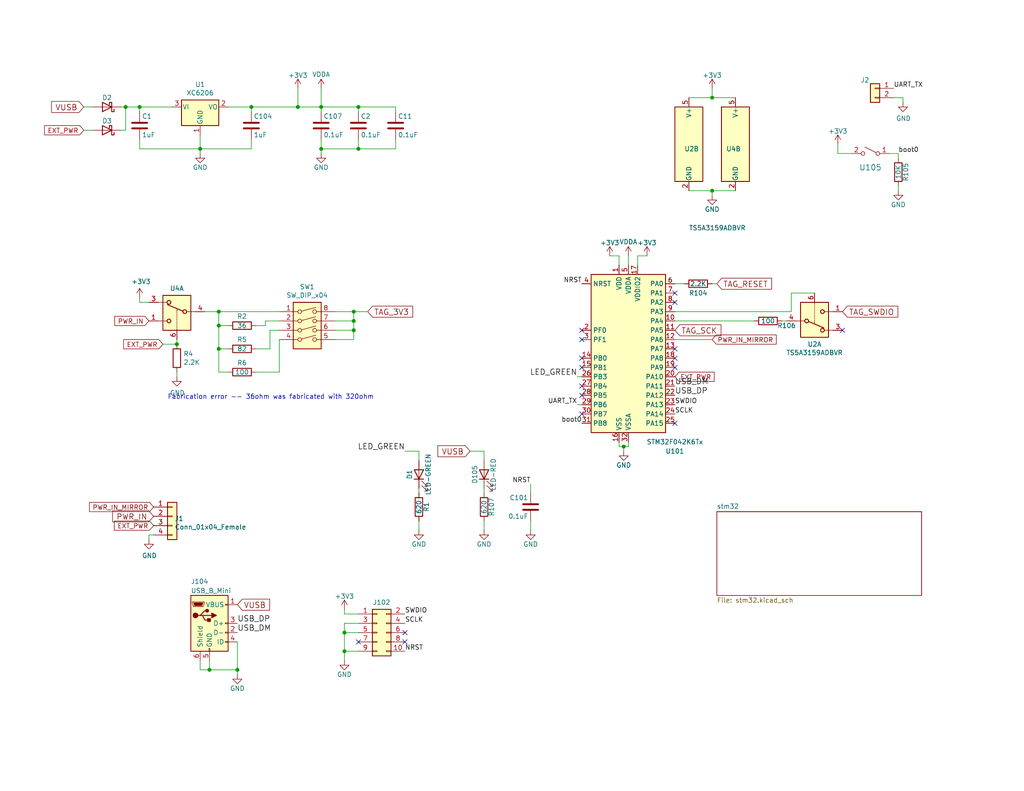
<source format=kicad_sch>
(kicad_sch (version 20211123) (generator eeschema)
  (paper "USLetter")
  (title_block (title "Tag Breakout Board with stlink") (date "2020-10-18"))
  (lib_symbols
    (symbol "Analog_Switch:TS5A3159ADBVR" (pin_names (offset 0.127))
      (property "Reference" "U" (at -3.175 4.699 0))
      (property "Value" "TS5A3159ADBVR" (at -3.175 2.921 0))
      (symbol "TS5A3159ADBVR_1_1"
        (rectangle (start -3.81 1.905) (end 3.81 -7.62) (stroke (width 0.254)) (fill (type background)))
        (circle (center -2.159 -2.54) (radius 0.508) (stroke (width 0.254)))
        (polyline (pts (xy -5.08 -2.54) (xy -2.794 -2.54)))
        (polyline (pts (xy -1.651 -2.413) (xy 2.54 -0.635)) (stroke (width 0.254)))
        (polyline (pts (xy 0 -7.62) (xy 0 -7.112)))
        (polyline (pts (xy 0 -6.858) (xy 0 -6.604)))
        (polyline (pts (xy 0 -6.35) (xy 0 -6.096)))
        (polyline (pts (xy 0 -5.842) (xy 0 -5.588)))
        (polyline (pts (xy 0 -5.334) (xy 0 -5.08)))
        (polyline (pts (xy 0 -4.826) (xy 0 -4.572)))
        (polyline (pts (xy 0 -4.318) (xy 0 -4.064)))
        (polyline (pts (xy 0 -3.81) (xy 0 -3.556)))
        (polyline (pts (xy 0 -3.302) (xy 0 -3.048)))
        (polyline (pts (xy 0 -2.794) (xy 0 -2.54)))
        (polyline (pts (xy 0 -2.286) (xy 0 -2.032)))
        (polyline (pts (xy 0 -2.286) (xy 0 -2.032)))
        (polyline (pts (xy 5.08 -5.08) (xy 2.794 -5.08)))
        (polyline (pts (xy 5.08 0) (xy 2.794 0)))
        (circle (center 2.159 -5.08) (radius 0.508) (stroke (width 0.254)))
        (circle (center 2.159 0) (radius 0.508) (stroke (width 0.254)))
        (pin passive line (at 7.62 -5.08 180) (length 2.54) (name "~") (number "1"))
        (pin passive line (at 7.62 0 180) (length 2.54) (name "~") (number "3"))
        (pin passive line (at -7.62 -2.54 0) (length 2.54) (name "~") (number "4"))
        (pin input line (at 0 -10.16 90) (length 2.54) (name "~") (number "6"))
      )
      (symbol "TS5A3159ADBVR_2_0"
        (pin power_in line (at 0 -12.7 90) (length 2.54) (name "GND") (number "2"))
        (pin power_in line (at 0 12.7 270) (length 2.54) (name "V+") (number "5"))
      )
      (symbol "TS5A3159ADBVR_2_1"
        (rectangle (start -3.81 10.16) (end 3.81 -10.16) (stroke (width 0.254)) (fill (type background)))
      )
    )
    (symbol "Connector_Generic:Conn_01x02" (pin_names (offset 1.016) hide)
      (property "Reference" "J" (at 0 2.54 0))
      (property "Value" "Conn_01x02" (at 0 -5.08 0))
      (symbol "Conn_01x02_1_1"
        (rectangle (start -1.27 -2.413) (end 0 -2.667) (stroke (width 0.1524)))
        (rectangle (start -1.27 0.127) (end 0 -0.127) (stroke (width 0.1524)))
        (rectangle (start -1.27 1.27) (end 1.27 -3.81) (stroke (width 0.254)) (fill (type background)))
        (pin passive line (at -5.08 0 0) (length 3.81) (name "Pin_1") (number "1"))
        (pin passive line (at -5.08 -2.54 0) (length 3.81) (name "Pin_2") (number "2"))
      )
    )
    (symbol "Connector_Generic:Conn_01x04" (pin_names (offset 1.016) hide)
      (property "Reference" "J" (at 0 5.08 0))
      (property "Value" "Conn_01x04" (at 0 -7.62 0))
      (symbol "Conn_01x04_1_1"
        (rectangle (start -1.27 -4.953) (end 0 -5.207) (stroke (width 0.1524)))
        (rectangle (start -1.27 -2.413) (end 0 -2.667) (stroke (width 0.1524)))
        (rectangle (start -1.27 0.127) (end 0 -0.127) (stroke (width 0.1524)))
        (rectangle (start -1.27 2.667) (end 0 2.413) (stroke (width 0.1524)))
        (rectangle (start -1.27 3.81) (end 1.27 -6.35) (stroke (width 0.254)) (fill (type background)))
        (pin passive line (at -5.08 2.54 0) (length 3.81) (name "Pin_1") (number "1"))
        (pin passive line (at -5.08 0 0) (length 3.81) (name "Pin_2") (number "2"))
        (pin passive line (at -5.08 -2.54 0) (length 3.81) (name "Pin_3") (number "3"))
        (pin passive line (at -5.08 -5.08 0) (length 3.81) (name "Pin_4") (number "4"))
      )
    )
    (symbol "Connector_Generic:Conn_02x05_Odd_Even" (pin_names (offset 1.016) hide)
      (property "Reference" "J" (at 1.27 7.62 0))
      (property "Value" "Conn_02x05_Odd_Even" (at 1.27 -7.62 0))
      (symbol "Conn_02x05_Odd_Even_1_1"
        (rectangle (start -1.27 -4.953) (end 0 -5.207) (stroke (width 0.1524)))
        (rectangle (start -1.27 -2.413) (end 0 -2.667) (stroke (width 0.1524)))
        (rectangle (start -1.27 0.127) (end 0 -0.127) (stroke (width 0.1524)))
        (rectangle (start -1.27 2.667) (end 0 2.413) (stroke (width 0.1524)))
        (rectangle (start -1.27 5.207) (end 0 4.953) (stroke (width 0.1524)))
        (rectangle (start -1.27 6.35) (end 3.81 -6.35) (stroke (width 0.254)) (fill (type background)))
        (rectangle (start 3.81 -4.953) (end 2.54 -5.207) (stroke (width 0.1524)))
        (rectangle (start 3.81 -2.413) (end 2.54 -2.667) (stroke (width 0.1524)))
        (rectangle (start 3.81 0.127) (end 2.54 -0.127) (stroke (width 0.1524)))
        (rectangle (start 3.81 2.667) (end 2.54 2.413) (stroke (width 0.1524)))
        (rectangle (start 3.81 5.207) (end 2.54 4.953) (stroke (width 0.1524)))
        (pin passive line (at -5.08 5.08 0) (length 3.81) (name "Pin_1") (number "1"))
        (pin passive line (at 7.62 -5.08 180) (length 3.81) (name "Pin_10") (number "10"))
        (pin passive line (at 7.62 5.08 180) (length 3.81) (name "Pin_2") (number "2"))
        (pin passive line (at -5.08 2.54 0) (length 3.81) (name "Pin_3") (number "3"))
        (pin passive line (at 7.62 2.54 180) (length 3.81) (name "Pin_4") (number "4"))
        (pin passive line (at -5.08 0 0) (length 3.81) (name "Pin_5") (number "5"))
        (pin passive line (at 7.62 0 180) (length 3.81) (name "Pin_6") (number "6"))
        (pin passive line (at -5.08 -2.54 0) (length 3.81) (name "Pin_7") (number "7"))
        (pin passive line (at 7.62 -2.54 180) (length 3.81) (name "Pin_8") (number "8"))
        (pin passive line (at -5.08 -5.08 0) (length 3.81) (name "Pin_9") (number "9"))
      )
    )
    (symbol "Device:C" (pin_numbers hide) (pin_names (offset 0.254))
      (property "Reference" "C" (at 0.635 2.54 0))
      (property "Value" "C" (at 0.635 -2.54 0))
      (symbol "C_0_1"
        (polyline (pts (xy -2.032 -0.762) (xy 2.032 -0.762)) (stroke (width 0.508)))
        (polyline (pts (xy -2.032 0.762) (xy 2.032 0.762)) (stroke (width 0.508)))
      )
      (symbol "C_1_1"
        (pin passive line (at 0 3.81 270) (length 2.794) (name "~") (number "1"))
        (pin passive line (at 0 -3.81 90) (length 2.794) (name "~") (number "2"))
      )
    )
    (symbol "Device:D_Schottky" (pin_numbers hide) (pin_names (offset 1.016) hide)
      (property "Reference" "D" (at 0 2.54 0))
      (property "Value" "D_Schottky" (at 0 -2.54 0))
      (symbol "D_Schottky_0_1"
        (polyline (pts (xy 1.27 0) (xy -1.27 0)))
        (polyline (pts (xy 1.27 1.27) (xy 1.27 -1.27) (xy -1.27 0) (xy 1.27 1.27)) (stroke (width 0.254)))
        (polyline (pts (xy -1.905 0.635) (xy -1.905 1.27) (xy -1.27 1.27) (xy -1.27 -1.27) (xy -0.635 -1.27) (xy -0.635 -0.635)) (stroke (width 0.254)))
      )
      (symbol "D_Schottky_1_1"
        (pin passive line (at -3.81 0 0) (length 2.54) (name "K") (number "1"))
        (pin passive line (at 3.81 0 180) (length 2.54) (name "A") (number "2"))
      )
    )
    (symbol "Device:LED" (pin_numbers hide) (pin_names (offset 1.016) hide)
      (property "Reference" "D" (at 0 2.54 0))
      (property "Value" "LED" (at 0 -2.54 0))
      (symbol "LED_0_1"
        (polyline (pts (xy -1.27 -1.27) (xy -1.27 1.27)) (stroke (width 0.254)))
        (polyline (pts (xy -1.27 0) (xy 1.27 0)))
        (polyline (pts (xy 1.27 -1.27) (xy 1.27 1.27) (xy -1.27 0) (xy 1.27 -1.27)) (stroke (width 0.254)))
        (polyline (pts (xy -3.048 -0.762) (xy -4.572 -2.286) (xy -3.81 -2.286) (xy -4.572 -2.286) (xy -4.572 -1.524)))
        (polyline (pts (xy -1.778 -0.762) (xy -3.302 -2.286) (xy -2.54 -2.286) (xy -3.302 -2.286) (xy -3.302 -1.524)))
      )
      (symbol "LED_1_1"
        (pin passive line (at -3.81 0 0) (length 2.54) (name "K") (number "1"))
        (pin passive line (at 3.81 0 180) (length 2.54) (name "A") (number "2"))
      )
    )
    (symbol "Device:R" (pin_numbers hide) (pin_names (offset 0))
      (property "Reference" "R" (at 2.032 0 90))
      (property "Value" "R" (at 0 0 90))
      (symbol "R_0_1"
        (rectangle (start -1.016 -2.54) (end 1.016 2.54) (stroke (width 0.254)))
      )
      (symbol "R_1_1"
        (pin passive line (at 0 3.81 270) (length 1.27) (name "~") (number "1"))
        (pin passive line (at 0 -3.81 90) (length 1.27) (name "~") (number "2"))
      )
    )
    (symbol "MCU_ST_STM32F0:STM32F042K6Tx"
      (property "Reference" "U" (at -10.16 21.59 0))
      (property "Value" "STM32F042K6Tx" (at 5.08 21.59 0))
      (symbol "STM32F042K6Tx_0_1"
        (rectangle (start -10.16 -22.86) (end 10.16 20.32) (stroke (width 0.254)) (fill (type background)))
      )
      (symbol "STM32F042K6Tx_1_1"
        (pin power_in line (at -2.54 22.86 270) (length 2.54) (name "VDD") (number "1"))
        (pin bidirectional line (at 12.7 7.62 180) (length 2.54) (name "PA4") (number "10"))
        (pin bidirectional line (at 12.7 5.08 180) (length 2.54) (name "PA5") (number "11"))
        (pin bidirectional line (at 12.7 2.54 180) (length 2.54) (name "PA6") (number "12"))
        (pin bidirectional line (at 12.7 0 180) (length 2.54) (name "PA7") (number "13"))
        (pin bidirectional line (at -12.7 -2.54 0) (length 2.54) (name "PB0") (number "14"))
        (pin bidirectional line (at -12.7 -5.08 0) (length 2.54) (name "PB1") (number "15"))
        (pin power_in line (at -2.54 -25.4 90) (length 2.54) (name "VSS") (number "16"))
        (pin power_in line (at 2.54 22.86 270) (length 2.54) (name "VDDIO2") (number "17"))
        (pin bidirectional line (at 12.7 -2.54 180) (length 2.54) (name "PA8") (number "18"))
        (pin bidirectional line (at 12.7 -5.08 180) (length 2.54) (name "PA9") (number "19"))
        (pin input line (at -12.7 5.08 0) (length 2.54) (name "PF0") (number "2"))
        (pin bidirectional line (at 12.7 -7.62 180) (length 2.54) (name "PA10") (number "20"))
        (pin bidirectional line (at 12.7 -10.16 180) (length 2.54) (name "PA11") (number "21"))
        (pin bidirectional line (at 12.7 -12.7 180) (length 2.54) (name "PA12") (number "22"))
        (pin bidirectional line (at 12.7 -15.24 180) (length 2.54) (name "PA13") (number "23"))
        (pin bidirectional line (at 12.7 -17.78 180) (length 2.54) (name "PA14") (number "24"))
        (pin bidirectional line (at 12.7 -20.32 180) (length 2.54) (name "PA15") (number "25"))
        (pin bidirectional line (at -12.7 -7.62 0) (length 2.54) (name "PB3") (number "26"))
        (pin bidirectional line (at -12.7 -10.16 0) (length 2.54) (name "PB4") (number "27"))
        (pin bidirectional line (at -12.7 -12.7 0) (length 2.54) (name "PB5") (number "28"))
        (pin bidirectional line (at -12.7 -15.24 0) (length 2.54) (name "PB6") (number "29"))
        (pin input line (at -12.7 2.54 0) (length 2.54) (name "PF1") (number "3"))
        (pin bidirectional line (at -12.7 -17.78 0) (length 2.54) (name "PB7") (number "30"))
        (pin bidirectional line (at -12.7 -20.32 0) (length 2.54) (name "PB8") (number "31"))
        (pin power_in line (at 0 -25.4 90) (length 2.54) (name "VSSA") (number "32"))
        (pin input line (at -12.7 17.78 0) (length 2.54) (name "NRST") (number "4"))
        (pin power_in line (at 0 22.86 270) (length 2.54) (name "VDDA") (number "5"))
        (pin bidirectional line (at 12.7 17.78 180) (length 2.54) (name "PA0") (number "6"))
        (pin bidirectional line (at 12.7 15.24 180) (length 2.54) (name "PA1") (number "7"))
        (pin bidirectional line (at 12.7 12.7 180) (length 2.54) (name "PA2") (number "8"))
        (pin bidirectional line (at 12.7 10.16 180) (length 2.54) (name "PA3") (number "9"))
      )
    )
    (symbol "Regulator_Linear:MCP1703A-3302_SOT23" (pin_names (offset 0.254))
      (property "Reference" "U" (at -3.81 3.175 0))
      (property "Value" "MCP1703A-3302_SOT23" (at 0 3.175 0))
      (symbol "MCP1703A-3302_SOT23_0_1"
        (rectangle (start -5.08 -5.08) (end 5.08 1.905) (stroke (width 0.254)) (fill (type background)))
      )
      (symbol "MCP1703A-3302_SOT23_1_1"
        (pin power_in line (at 0 -7.62 90) (length 2.54) (name "GND") (number "1"))
        (pin power_out line (at 7.62 0 180) (length 2.54) (name "VO") (number "2"))
        (pin power_in line (at -7.62 0 0) (length 2.54) (name "VI") (number "3"))
      )
    )
    (symbol "Switch:SW_DIP_x04" (pin_names (offset 0) hide)
      (property "Reference" "SW" (at 0 8.89 0))
      (property "Value" "SW_DIP_x04" (at 0 -6.35 0))
      (symbol "SW_DIP_x04_0_0"
        (circle (center -2.032 -2.54) (radius 0.508))
        (circle (center -2.032 0) (radius 0.508))
        (circle (center -2.032 2.54) (radius 0.508))
        (circle (center -2.032 5.08) (radius 0.508))
        (polyline (pts (xy -1.524 -2.3876) (xy 2.3622 -1.3462)))
        (polyline (pts (xy -1.524 0.127) (xy 2.3622 1.1684)))
        (polyline (pts (xy -1.524 2.667) (xy 2.3622 3.7084)))
        (polyline (pts (xy -1.524 5.207) (xy 2.3622 6.2484)))
        (circle (center 2.032 -2.54) (radius 0.508))
        (circle (center 2.032 0) (radius 0.508))
        (circle (center 2.032 2.54) (radius 0.508))
        (circle (center 2.032 5.08) (radius 0.508))
      )
      (symbol "SW_DIP_x04_0_1"
        (rectangle (start -3.81 7.62) (end 3.81 -5.08) (stroke (width 0.254)) (fill (type background)))
      )
      (symbol "SW_DIP_x04_1_1"
        (pin passive line (at -7.62 5.08 0) (length 5.08) (name "~") (number "1"))
        (pin passive line (at -7.62 2.54 0) (length 5.08) (name "~") (number "2"))
        (pin passive line (at -7.62 0 0) (length 5.08) (name "~") (number "3"))
        (pin passive line (at -7.62 -2.54 0) (length 5.08) (name "~") (number "4"))
        (pin passive line (at 7.62 -2.54 180) (length 5.08) (name "~") (number "5"))
        (pin passive line (at 7.62 0 180) (length 5.08) (name "~") (number "6"))
        (pin passive line (at 7.62 2.54 180) (length 5.08) (name "~") (number "7"))
        (pin passive line (at 7.62 5.08 180) (length 5.08) (name "~") (number "8"))
      )
    )
    (symbol "Switch:SW_SPST" (pin_names (offset 0) hide)
      (property "Reference" "SW" (at 0 3.175 0))
      (property "Value" "SW_SPST" (at 0 -2.54 0))
      (symbol "SW_SPST_0_0"
        (circle (center -2.032 0) (radius 0.508))
        (polyline (pts (xy -1.524 0.254) (xy 1.524 1.778)))
        (circle (center 2.032 0) (radius 0.508))
      )
      (symbol "SW_SPST_1_1"
        (pin passive line (at -5.08 0 0) (length 2.54) (name "A") (number "1"))
        (pin passive line (at 5.08 0 180) (length 2.54) (name "B") (number "2"))
      )
    )
    (symbol "power:+3.3V" (power) (pin_names (offset 0))
      (property "Value" "+3.3V" (at 0 3.556 0))
      (symbol "+3.3V_0_1"
        (polyline (pts (xy -0.762 1.27) (xy 0 2.54)))
        (polyline (pts (xy 0 0) (xy 0 2.54)))
        (polyline (pts (xy 0 2.54) (xy 0.762 1.27)))
      )
      (symbol "+3.3V_1_1"
        (pin power_in line (at 0 0 90) (length 0) hide (name "+3V3") (number "1"))
      )
    )
    (symbol "power:+3V3" (power) (pin_names (offset 0))
      (property "Value" "+3V3" (at 0 3.556 0))
      (symbol "+3V3_0_1"
        (polyline (pts (xy -0.762 1.27) (xy 0 2.54)))
        (polyline (pts (xy 0 0) (xy 0 2.54)))
        (polyline (pts (xy 0 2.54) (xy 0.762 1.27)))
      )
      (symbol "+3V3_1_1"
        (pin power_in line (at 0 0 90) (length 0) hide (name "+3V3") (number "1"))
      )
    )
    (symbol "power:GND" (power) (pin_names (offset 0))
      (property "Value" "GND" (at 0 -3.81 0))
      (symbol "GND_0_1"
        (polyline (pts (xy 0 0) (xy 0 -1.27) (xy 1.27 -1.27) (xy 0 -2.54) (xy -1.27 -1.27) (xy 0 -1.27)))
      )
      (symbol "GND_1_1"
        (pin power_in line (at 0 0 270) (length 0) hide (name "GND") (number "1"))
      )
    )
    (symbol "power:VDDA" (power) (pin_names (offset 0))
      (property "Value" "VDDA" (at 0 3.81 0))
      (symbol "VDDA_0_1"
        (polyline (pts (xy -0.762 1.27) (xy 0 2.54)))
        (polyline (pts (xy 0 0) (xy 0 2.54)))
        (polyline (pts (xy 0 2.54) (xy 0.762 1.27)))
      )
      (symbol "VDDA_1_1"
        (pin power_in line (at 0 0 90) (length 0) hide (name "VDDA") (number "1"))
      )
    )
    (symbol "tag-breakout-v2-rescue:USB_B_Mini-Connector-tagbase-jlcpcb-v2-rescue-tag-breakout-jlcpcb-rescue-tag-breakout-v2-rescue" (pin_names (offset 1.016))
      (property "Reference" "J" (at -5.08 11.43 0))
      (property "Value" "USB_B_Mini-Connector-tagbase-jlcpcb-v2-rescue-tag-breakout-jlcpcb-rescue-tag-breakout-v2-rescue" (at -5.08 8.89 0))
      (symbol "USB_B_Mini-Connector-tagbase-jlcpcb-v2-rescue-tag-breakout-jlcpcb-rescue-tag-breakout-v2-rescue_0_1"
        (rectangle (start -5.08 -7.62) (end 5.08 7.62) (stroke (width 0.254)) (fill (type background)))
        (circle (center -3.81 2.159) (radius 0.635) (stroke (width 0.254)) (fill (type outline)))
        (circle (center -0.635 3.429) (radius 0.381) (stroke (width 0.254)) (fill (type outline)))
        (rectangle (start -0.127 -7.62) (end 0.127 -6.858))
        (polyline (pts (xy -1.905 2.159) (xy 0.635 2.159)) (stroke (width 0.254)))
        (polyline (pts (xy -3.175 2.159) (xy -2.54 2.159) (xy -1.27 3.429) (xy -0.635 3.429)) (stroke (width 0.254)))
        (polyline (pts (xy -2.54 2.159) (xy -1.905 2.159) (xy -1.27 0.889) (xy 0 0.889)) (stroke (width 0.254)))
        (polyline (pts (xy 0.635 2.794) (xy 0.635 1.524) (xy 1.905 2.159) (xy 0.635 2.794)) (stroke (width 0.254)) (fill (type outline)))
        (polyline (pts (xy -4.318 5.588) (xy -1.778 5.588) (xy -2.032 4.826) (xy -4.064 4.826) (xy -4.318 5.588)) (fill (type outline)))
        (polyline (pts (xy -4.699 5.842) (xy -4.699 5.588) (xy -4.445 4.826) (xy -4.445 4.572) (xy -1.651 4.572) (xy -1.651 4.826) (xy -1.397 5.588) (xy -1.397 5.842) (xy -4.699 5.842)))
        (rectangle (start 0.254 1.27) (end -0.508 0.508) (stroke (width 0.254)) (fill (type outline)))
        (rectangle (start 5.08 -5.207) (end 4.318 -4.953))
        (rectangle (start 5.08 -2.667) (end 4.318 -2.413))
        (rectangle (start 5.08 -0.127) (end 4.318 0.127))
        (rectangle (start 5.08 4.953) (end 4.318 5.207))
      )
      (symbol "USB_B_Mini-Connector-tagbase-jlcpcb-v2-rescue-tag-breakout-jlcpcb-rescue-tag-breakout-v2-rescue_1_1"
        (pin power_out line (at 7.62 5.08 180) (length 2.54) (name "VBUS") (number "1"))
        (pin passive line (at 7.62 -2.54 180) (length 2.54) (name "D-") (number "2"))
        (pin passive line (at 7.62 0 180) (length 2.54) (name "D+") (number "3"))
        (pin passive line (at 7.62 -5.08 180) (length 2.54) (name "ID") (number "4"))
        (pin power_out line (at 0 -10.16 90) (length 2.54) (name "GND") (number "5"))
        (pin passive line (at -2.54 -10.16 90) (length 2.54) (name "Shield") (number "6"))
      )
    )
  )
  (junction (at 81.28 29.21))
  (junction (at 93.98 177.8))
  (junction (at 59.69 95.25))
  (junction (at 97.79 40.64))
  (junction (at 68.58 29.21))
  (junction (at 93.98 172.72))
  (junction (at 96.52 90.17))
  (junction (at 194.31 52.07))
  (junction (at 48.26 93.98))
  (junction (at 38.1 29.21))
  (junction (at 170.18 121.92))
  (junction (at 64.77 182.88))
  (junction (at 34.29 29.21))
  (junction (at 59.69 88.9))
  (junction (at 54.61 40.64))
  (junction (at 97.79 29.21))
  (junction (at 96.52 87.63))
  (junction (at 59.69 85.09))
  (junction (at 87.63 29.21))
  (junction (at 194.31 26.67))
  (junction (at 96.52 85.09))
  (junction (at 57.15 182.88))
  (junction (at 87.63 40.64))
  (no_connect (at 158.75 105.41))
  (no_connect (at 184.15 115.57))
  (no_connect (at 229.87 90.17))
  (no_connect (at 110.49 172.72))
  (no_connect (at 184.15 95.25))
  (no_connect (at 110.49 175.26))
  (no_connect (at 158.75 100.33))
  (no_connect (at 158.75 90.17))
  (no_connect (at 184.15 80.01))
  (no_connect (at 158.75 107.95))
  (no_connect (at 184.15 100.33))
  (no_connect (at 158.75 113.03))
  (no_connect (at 184.15 82.55))
  (no_connect (at 97.79 175.26))
  (no_connect (at 158.75 92.71))
  (no_connect (at 184.15 97.79))
  (no_connect (at 158.75 97.79))
  (wire (pts (xy 41.91 146.05) (xy 40.64 146.05)))
  (wire (pts (xy 62.23 29.21) (xy 68.58 29.21)))
  (wire (pts (xy 38.1 38.1) (xy 38.1 40.64)))
  (wire (pts (xy 215.9 80.01) (xy 222.25 80.01)))
  (wire (pts (xy 68.58 40.64) (xy 68.58 38.1)))
  (wire (pts (xy 72.39 87.63) (xy 76.2 87.63)))
  (wire (pts (xy 64.77 182.88) (xy 57.15 182.88)))
  (wire (pts (xy 81.28 29.21) (xy 87.63 29.21)))
  (wire (pts (xy 97.79 40.64) (xy 87.63 40.64)))
  (wire (pts (xy 97.79 29.21) (xy 107.95 29.21)))
  (wire (pts (xy 33.02 29.21) (xy 34.29 29.21)))
  (wire (pts (xy 187.96 52.07) (xy 194.31 52.07)))
  (wire (pts (xy 213.36 87.63) (xy 214.63 87.63)))
  (wire (pts (xy 194.31 52.07) (xy 194.31 53.34)))
  (wire (pts (xy 194.31 52.07) (xy 200.66 52.07)))
  (wire (pts (xy 48.26 93.98) (xy 48.26 92.71)))
  (wire (pts (xy 215.9 85.09) (xy 215.9 80.01)))
  (wire (pts (xy 96.52 92.71) (xy 96.52 90.17)))
  (wire (pts (xy 228.6 41.91) (xy 232.41 41.91)))
  (wire (pts (xy 246.38 26.67) (xy 246.38 27.94)))
  (wire (pts (xy 194.31 77.47) (xy 195.58 77.47)))
  (wire (pts (xy 184.15 87.63) (xy 205.74 87.63)))
  (wire (pts (xy 97.79 38.1) (xy 97.79 40.64)))
  (wire (pts (xy 38.1 81.28) (xy 38.1 82.55)))
  (wire (pts (xy 93.98 177.8) (xy 93.98 180.34)))
  (wire (pts (xy 54.61 40.64) (xy 68.58 40.64)))
  (wire (pts (xy 97.79 170.18) (xy 93.98 170.18)))
  (wire (pts (xy 59.69 95.25) (xy 59.69 101.6)))
  (wire (pts (xy 93.98 170.18) (xy 93.98 172.72)))
  (wire (pts (xy 64.77 175.26) (xy 64.77 182.88)))
  (wire (pts (xy 38.1 29.21) (xy 46.99 29.21)))
  (wire (pts (xy 97.79 177.8) (xy 93.98 177.8)))
  (wire (pts (xy 171.45 120.65) (xy 171.45 121.92)))
  (wire (pts (xy 87.63 24.13) (xy 87.63 29.21)))
  (wire (pts (xy 96.52 87.63) (xy 96.52 85.09)))
  (wire (pts (xy 69.85 88.9) (xy 72.39 88.9)))
  (wire (pts (xy 59.69 88.9) (xy 62.23 88.9)))
  (wire (pts (xy 242.57 41.91) (xy 245.11 41.91)))
  (wire (pts (xy 194.31 26.67) (xy 200.66 26.67)))
  (wire (pts (xy 132.08 133.35) (xy 132.08 134.62)))
  (wire (pts (xy 68.58 29.21) (xy 81.28 29.21)))
  (wire (pts (xy 59.69 88.9) (xy 59.69 95.25)))
  (wire (pts (xy 157.48 110.49) (xy 158.75 110.49)))
  (wire (pts (xy 76.2 92.71) (xy 76.2 101.6)))
  (wire (pts (xy 97.79 40.64) (xy 107.95 40.64)))
  (wire (pts (xy 81.28 24.13) (xy 81.28 29.21)))
  (wire (pts (xy 34.29 29.21) (xy 38.1 29.21)))
  (wire (pts (xy 91.44 90.17) (xy 96.52 90.17)))
  (wire (pts (xy 245.11 50.8) (xy 245.11 52.07)))
  (wire (pts (xy 48.26 101.6) (xy 48.26 102.87)))
  (wire (pts (xy 184.15 77.47) (xy 186.69 77.47)))
  (wire (pts (xy 243.84 26.67) (xy 246.38 26.67)))
  (wire (pts (xy 114.3 133.35) (xy 114.3 134.62)))
  (wire (pts (xy 187.96 26.67) (xy 194.31 26.67)))
  (wire (pts (xy 171.45 69.85) (xy 171.45 72.39)))
  (wire (pts (xy 97.79 172.72) (xy 93.98 172.72)))
  (wire (pts (xy 228.6 39.37) (xy 228.6 41.91)))
  (wire (pts (xy 93.98 166.37) (xy 93.98 167.64)))
  (wire (pts (xy 44.45 93.98) (xy 48.26 93.98)))
  (wire (pts (xy 59.69 85.09) (xy 76.2 85.09)))
  (wire (pts (xy 114.3 123.19) (xy 110.49 123.19)))
  (wire (pts (xy 76.2 90.17) (xy 73.66 90.17)))
  (wire (pts (xy 34.29 35.56) (xy 34.29 29.21)))
  (wire (pts (xy 68.58 29.21) (xy 68.58 30.48)))
  (wire (pts (xy 114.3 125.73) (xy 114.3 123.19)))
  (wire (pts (xy 91.44 92.71) (xy 96.52 92.71)))
  (wire (pts (xy 132.08 125.73) (xy 132.08 123.19)))
  (wire (pts (xy 144.78 142.24) (xy 144.78 144.78)))
  (wire (pts (xy 54.61 40.64) (xy 54.61 41.91)))
  (wire (pts (xy 184.15 85.09) (xy 215.9 85.09)))
  (wire (pts (xy 144.78 132.08) (xy 144.78 134.62)))
  (wire (pts (xy 176.53 69.85) (xy 173.99 69.85)))
  (wire (pts (xy 168.91 121.92) (xy 170.18 121.92)))
  (wire (pts (xy 64.77 182.88) (xy 64.77 184.15)))
  (wire (pts (xy 76.2 101.6) (xy 69.85 101.6)))
  (wire (pts (xy 184.15 92.71) (xy 194.31 92.71)))
  (wire (pts (xy 91.44 85.09) (xy 96.52 85.09)))
  (wire (pts (xy 170.18 121.92) (xy 170.18 123.19)))
  (wire (pts (xy 93.98 167.64) (xy 97.79 167.64)))
  (wire (pts (xy 38.1 40.64) (xy 54.61 40.64)))
  (wire (pts (xy 166.37 69.85) (xy 168.91 69.85)))
  (wire (pts (xy 114.3 142.24) (xy 114.3 144.78)))
  (wire (pts (xy 87.63 40.64) (xy 87.63 41.91)))
  (wire (pts (xy 168.91 120.65) (xy 168.91 121.92)))
  (wire (pts (xy 245.11 43.18) (xy 245.11 41.91)))
  (wire (pts (xy 96.52 85.09) (xy 100.33 85.09)))
  (wire (pts (xy 40.64 146.05) (xy 40.64 147.32)))
  (wire (pts (xy 55.88 85.09) (xy 59.69 85.09)))
  (wire (pts (xy 132.08 142.24) (xy 132.08 144.78)))
  (wire (pts (xy 33.02 35.56) (xy 34.29 35.56)))
  (wire (pts (xy 38.1 82.55) (xy 40.64 82.55)))
  (wire (pts (xy 168.91 69.85) (xy 168.91 72.39)))
  (wire (pts (xy 173.99 69.85) (xy 173.99 72.39)))
  (wire (pts (xy 57.15 182.88) (xy 54.61 182.88)))
  (wire (pts (xy 87.63 29.21) (xy 97.79 29.21)))
  (wire (pts (xy 107.95 29.21) (xy 107.95 30.48)))
  (wire (pts (xy 73.66 95.25) (xy 69.85 95.25)))
  (wire (pts (xy 194.31 24.13) (xy 194.31 26.67)))
  (wire (pts (xy 59.69 85.09) (xy 59.69 88.9)))
  (wire (pts (xy 38.1 29.21) (xy 38.1 30.48)))
  (wire (pts (xy 107.95 40.64) (xy 107.95 38.1)))
  (wire (pts (xy 171.45 121.92) (xy 170.18 121.92)))
  (wire (pts (xy 22.86 35.56) (xy 25.4 35.56)))
  (wire (pts (xy 87.63 38.1) (xy 87.63 40.64)))
  (wire (pts (xy 132.08 123.19) (xy 128.27 123.19)))
  (wire (pts (xy 22.86 29.21) (xy 25.4 29.21)))
  (wire (pts (xy 91.44 87.63) (xy 96.52 87.63)))
  (wire (pts (xy 72.39 88.9) (xy 72.39 87.63)))
  (wire (pts (xy 54.61 182.88) (xy 54.61 180.34)))
  (wire (pts (xy 73.66 90.17) (xy 73.66 95.25)))
  (wire (pts (xy 57.15 180.34) (xy 57.15 182.88)))
  (wire (pts (xy 62.23 101.6) (xy 59.69 101.6)))
  (wire (pts (xy 157.48 102.87) (xy 158.75 102.87)))
  (wire (pts (xy 54.61 36.83) (xy 54.61 40.64)))
  (wire (pts (xy 93.98 172.72) (xy 93.98 177.8)))
  (wire (pts (xy 97.79 29.21) (xy 97.79 30.48)))
  (wire (pts (xy 96.52 90.17) (xy 96.52 87.63)))
  (wire (pts (xy 62.23 95.25) (xy 59.69 95.25)))
  (wire (pts (xy 87.63 29.21) (xy 87.63 30.48)))
  (text "Fabrication error -- 36ohm was fabricated with 320ohm" (at 45.72 109.22 0) (effects (font (size 1.27 1.27)) (justify left bottom)))
  (label "UART_TX" (at 243.84 24.13 0))
  (label "SCLK" (at 184.15 113.03 0))
  (label "SCLK" (at 110.49 170.18 0))
  (label "boot0" (at 245.11 41.91 0))
  (label "SWDIO" (at 184.15 110.49 0))
  (label "USB_DP" (at 184.15 107.95 0) (effects (font (size 1.524 1.524))))
  (label "NRST" (at 110.49 177.8 0))
  (label "USB_DM" (at 64.77 172.72 0) (effects (font (size 1.524 1.524))))
  (label "NRST" (at 158.75 77.47 180))
  (label "USB_DP" (at 64.77 170.18 0) (effects (font (size 1.524 1.524))))
  (label "LED_GREEN" (at 110.49 123.19 180) (effects (font (size 1.524 1.524))))
  (label "UART_TX" (at 157.48 110.49 180))
  (label "boot0" (at 158.75 115.57 180))
  (label "SWDIO" (at 110.49 167.64 0))
  (label "NRST" (at 144.78 132.08 180))
  (label "USB_DM" (at 184.15 105.41 0) (effects (font (size 1.524 1.524))))
  (label "LED_GREEN" (at 157.48 102.87 180) (effects (font (size 1.524 1.524))))
  (global_label "VUSB" (shape input) (at 64.77 165.1 0) (effects (font (size 1.524 1.524))) (property "Intersheet References" "${INTERSHEET_REFS}" (effects hide)))
  (global_label "EXT_PWR" (shape input) (at 44.45 93.98 180) (property "Intersheet References" "${INTERSHEET_REFS}" (effects hide)))
  (global_label "TAG_SWDIO" (shape input) (at 229.87 85.09 0) (effects (font (size 1.524 1.524))) (property "Intersheet References" "${INTERSHEET_REFS}" (effects hide)))
  (global_label "EXT_PWR" (shape input) (at 22.86 35.56 180) (property "Intersheet References" "${INTERSHEET_REFS}" (effects hide)))
  (global_label "TAG_RESET" (shape input) (at 195.58 77.47 0) (effects (font (size 1.524 1.524))) (property "Intersheet References" "${INTERSHEET_REFS}" (effects hide)))
  (global_label "PWR_IN_MIRROR" (shape input) (at 41.91 138.43 180) (property "Intersheet References" "${INTERSHEET_REFS}" (effects hide)))
  (global_label "TAG_3V3" (shape input) (at 100.33 85.09 0) (effects (font (size 1.524 1.524))) (property "Intersheet References" "${INTERSHEET_REFS}" (effects hide)))
  (global_label "PWR_IN_MIRROR" (shape input) (at 194.31 92.71 0) (property "Intersheet References" "${INTERSHEET_REFS}" (effects hide)))
  (global_label "VUSB" (shape input) (at 22.86 29.21 180) (effects (font (size 1.524 1.524))) (property "Intersheet References" "${INTERSHEET_REFS}" (effects hide)))
  (global_label "PWR_IN" (shape input) (at 41.91 140.97 180) (effects (font (size 1.524 1.524))) (property "Intersheet References" "${INTERSHEET_REFS}" (effects hide)))
  (global_label "EXT_PWR" (shape input) (at 184.15 102.87 0) (property "Intersheet References" "${INTERSHEET_REFS}" (effects hide)))
  (global_label "EXT_PWR" (shape input) (at 41.91 143.51 180) (property "Intersheet References" "${INTERSHEET_REFS}" (effects hide)))
  (global_label "TAG_SCK" (shape input) (at 184.15 90.17 0) (effects (font (size 1.524 1.524))) (property "Intersheet References" "${INTERSHEET_REFS}" (effects hide)))
  (global_label "VUSB" (shape input) (at 128.27 123.19 180) (effects (font (size 1.524 1.524))) (property "Intersheet References" "${INTERSHEET_REFS}" (effects hide)))
  (global_label "PWR_IN" (shape input) (at 40.64 87.63 180) (property "Intersheet References" "${INTERSHEET_REFS}" (effects hide)))
  (symbol (lib_id "tag-breakout-v2-rescue:USB_B_Mini-Connector-tagbase-jlcpcb-v2-rescue-tag-breakout-jlcpcb-rescue-tag-breakout-v2-rescue") (at 57.15 170.18 0) (unit 1)
    (property "Reference" "J104" (at 52.07 158.75 0) (effects (justify left)))
    (property "Value" "USB_B_Mini" (at 52.07 161.29 0) (effects (justify left)))
    (property "Footprint" "Connectors:USB_Mini-B" (effects hide))
    (property "MFN" "EDAC" (effects hide))
    (property "MPN" "690-005-299-043" (effects hide))
    (property "DISTPN" "151-1206-ND" (effects hide))
  )
  (symbol (lib_id "power:GND") (at 245.11 52.07 0) (mirror y) (unit 1)
    (property "Reference" "#PWR05" (effects hide))
    (property "Value" "GND" (at 245.11 55.88 0))
  )
  (symbol (lib_id "Device:R") (at 245.11 46.99 0) (mirror x) (unit 1)
    (property "Reference" "R105" (at 247.142 46.99 90))
    (property "Value" "10K" (at 245.11 46.99 90))
    (property "Footprint" "Resistor_SMD:R_0603_1608Metric" (effects hide))
    (property "LCSC" "C25804" (effects hide))
    (property "MFN" "Uniroyal Elec." (effects hide))
    (property "MPN" "0603WAF1002T5E" (effects hide))
  )
  (symbol (lib_id "power:GND") (at 144.78 144.78 0) (unit 1)
    (property "Reference" "#PWR06" (effects hide))
    (property "Value" "GND" (at 144.78 148.59 0))
  )
  (symbol (lib_id "Device:C") (at 144.78 138.43 0) (mirror y) (unit 1)
    (property "Reference" "C101" (at 144.145 135.89 0) (effects (justify left)))
    (property "Value" "0.1uF" (at 144.145 140.97 0) (effects (justify left)))
    (property "Footprint" "Capacitor_SMD:C_0603_1608Metric" (effects hide))
    (property "LCSC" "C14663" (effects hide))
    (property "MFN" "YAGEO" (effects hide))
    (property "MPN" "CC0603KRX7R9BB104" (effects hide))
  )
  (symbol (lib_id "power:+3V3") (at 228.6 39.37 0) (mirror y) (unit 1)
    (property "Reference" "#PWR07" (effects hide))
    (property "Value" "+3V3" (at 228.6 35.814 0))
  )
  (symbol (lib_id "Device:R") (at 209.55 87.63 90) (unit 1)
    (property "Reference" "R106" (at 214.63 88.9 90))
    (property "Value" "100" (at 209.55 87.63 90))
    (property "Footprint" "Resistor_SMD:R_0603_1608Metric" (effects hide))
    (property "LCSC" "C22775" (effects hide))
    (property "MFN" "Uniroyal Elec." (effects hide))
    (property "MPN" "0603WAF1000T5E" (effects hide))
  )
  (symbol (lib_id "Switch:SW_SPST") (at 237.49 41.91 0) (mirror y) (unit 1)
    (property "Reference" "U105" (at 237.49 45.72 0) (effects (font (size 1.524 1.524))))
    (property "Value" "Tactile Switch" (effects hide))
    (property "Footprint" "library:SW_SPST_TS_1187" (effects hide))
    (property "MFN" "XKB Enterprise" (effects hide))
    (property "MPN" "TS-1187A-C-E-B" (effects hide))
    (property "LCSC" " C318889" (effects hide))
  )
  (symbol (lib_id "power:GND") (at 194.31 53.34 0) (unit 1)
    (property "Reference" "#PWR010" (effects hide))
    (property "Value" "GND" (at 194.31 57.15 0))
  )
  (symbol (lib_id "power:+3V3") (at 176.53 69.85 0) (unit 1)
    (property "Reference" "#PWR011" (effects hide))
    (property "Value" "+3V3" (at 176.53 66.294 0))
  )
  (symbol (lib_id "power:VDDA") (at 171.45 69.85 0) (unit 1)
    (property "Reference" "#PWR012" (effects hide))
    (property "Value" "VDDA" (at 171.45 66.04 0))
  )
  (symbol (lib_id "Device:R") (at 190.5 77.47 270) (unit 1)
    (property "Reference" "R104" (at 190.5 80.01 90))
    (property "Value" "2.2K" (at 190.5 77.47 90))
    (property "Footprint" "Resistor_SMD:R_0603_1608Metric" (effects hide))
    (property "LCSC" "C4190" (effects hide))
    (property "MFN" "Uniroyal Elec." (effects hide))
    (property "MPN" "0603WAF1002T5E" (effects hide))
  )
  (symbol (lib_id "power:+3V3") (at 194.31 24.13 0) (unit 1)
    (property "Reference" "#PWR015" (effects hide))
    (property "Value" "+3V3" (at 194.31 20.574 0))
  )
  (symbol (lib_id "Device:C") (at 87.63 34.29 0) (unit 1)
    (property "Reference" "C107" (at 88.265 31.75 0) (effects (justify left)))
    (property "Value" "0.1uF" (at 88.265 36.83 0) (effects (justify left)))
    (property "Footprint" "Capacitor_SMD:C_0603_1608Metric" (effects hide))
    (property "LCSC" "C14663" (effects hide))
    (property "MFN" "YAGEO" (effects hide))
    (property "MPN" "CC0603KRX7R9BB104" (effects hide))
  )
  (symbol (lib_id "power:GND") (at 54.61 41.91 0) (unit 1)
    (property "Reference" "#PWR0102" (effects hide))
    (property "Value" "GND" (at 54.61 45.72 0))
  )
  (symbol (lib_id "Device:C") (at 68.58 34.29 0) (unit 1)
    (property "Reference" "C104" (at 69.215 31.75 0) (effects (justify left)))
    (property "Value" "1uF" (at 69.215 36.83 0) (effects (justify left)))
    (property "Footprint" "Capacitor_SMD:C_0603_1608Metric" (effects hide))
    (property "LCSC" " C15849" (effects hide))
    (property "MFN" "Samsung Electro-Mechanics" (effects hide))
    (property "MPN" "CL10A105KB8NNNC" (effects hide))
  )
  (symbol (lib_id "power:VDDA") (at 87.63 24.13 0) (unit 1)
    (property "Reference" "#PWR0105" (effects hide))
    (property "Value" "VDDA" (at 87.63 20.32 0))
  )
  (symbol (lib_id "power:GND") (at 93.98 180.34 0) (unit 1)
    (property "Reference" "#PWR0113" (effects hide))
    (property "Value" "GND" (at 93.98 184.15 0))
  )
  (symbol (lib_id "power:+3V3") (at 93.98 166.37 0) (unit 1)
    (property "Reference" "#PWR0114" (effects hide))
    (property "Value" "+3V3" (at 93.98 162.814 0))
  )
  (symbol (lib_id "power:GND") (at 64.77 184.15 0) (mirror y) (unit 1)
    (property "Reference" "#PWR0109" (effects hide))
    (property "Value" "GND" (at 64.77 187.96 0))
  )
  (symbol (lib_id "Device:LED") (at 132.08 129.54 90) (unit 1)
    (property "Reference" "D105" (at 129.54 129.54 0))
    (property "Value" "LED-RED" (at 134.62 129.54 0))
    (property "Footprint" "LED_SMD:LED_0603_1608Metric" (effects hide))
    (property "Macrofab" "MF-LED-0603-RED" (effects hide))
    (property "MPN" "KT 0603R" (effects hide))
    (property "LCSC" " C2286" (effects hide))
    (property "MFN" "Hubel Kento" (effects hide))
  )
  (symbol (lib_id "Device:R") (at 132.08 138.43 0) (unit 1)
    (property "Reference" "R107" (at 134.112 138.43 90))
    (property "Value" "620" (at 132.08 138.43 90))
    (property "Footprint" "Resistor_SMD:R_0603_1608Metric" (effects hide))
    (property "LCSC" "C23220" (effects hide))
    (property "MFN" "Uniroyal Elec" (effects hide))
    (property "MPN" "0603WAF6200T5E" (effects hide))
  )
  (symbol (lib_id "power:GND") (at 132.08 144.78 0) (unit 1)
    (property "Reference" "#PWR0101" (effects hide))
    (property "Value" "GND" (at 132.08 148.59 0))
  )
  (symbol (lib_id "Connector_Generic:Conn_02x05_Odd_Even") (at 102.87 172.72 0) (unit 1)
    (property "Reference" "J102" (at 104.14 164.465 0))
    (property "Value" "Conn_02x05_Odd_Even" (effects hide))
    (property "Footprint" "library:FTSH-105-01-F-D-K" (effects hide))
  )
  (symbol (lib_id "Analog_Switch:TS5A3159ADBVR") (at 222.25 90.17 0) (mirror x) (unit 1)
    (property "Reference" "U2" (at 222.25 93.98 0))
    (property "Value" "TS5A3159ADBVR" (at 222.25 96.2914 0))
    (property "Footprint" "Package_TO_SOT_SMD:SOT-23-6" (effects hide))
    (property "Datasheet" "http://www.ti.com/lit/ds/symlink/ts5a3159a.pdf" (effects hide))
    (property "MFN" "Texas Instruments" (effects hide))
    (property "MPN" "TS5A3159ADBVR" (effects hide))
    (property "LCSC" "C128405" (effects hide))
  )
  (symbol (lib_id "Analog_Switch:TS5A3159ADBVR") (at 187.96 39.37 0) (unit 2)
    (property "Reference" "U2" (at 186.69 40.64 0) (effects (justify left)))
    (property "Value" "TS5A3159ADBVR" (at 187.96 62.23 0) (effects (justify left)))
    (property "Footprint" "Package_TO_SOT_SMD:SOT-23-6" (effects hide))
    (property "Datasheet" "http://www.ti.com/lit/ds/symlink/ts5a3159a.pdf" (effects hide))
    (property "LCSC" "C128405" (effects hide))
  )
  (symbol (lib_id "Regulator_Linear:MCP1703A-3302_SOT23") (at 54.61 29.21 0) (unit 1)
    (property "Reference" "U1" (at 54.61 23.0632 0))
    (property "Value" "XC6206" (at 54.61 25.3746 0))
    (property "Footprint" "Package_TO_SOT_SMD:SOT-23" (effects hide))
    (property "Datasheet" "http://ww1.microchip.com/downloads/en/DeviceDoc/20005122B.pdf" (effects hide))
    (property "MFN" "Torex" (effects hide))
    (property "MPN" "XC6206P332MR" (effects hide))
    (property "LCSC" " C5446" (effects hide))
  )
  (symbol (lib_id "Device:C") (at 38.1 34.29 0) (unit 1)
    (property "Reference" "C1" (at 38.735 31.75 0) (effects (justify left)))
    (property "Value" "1uF" (at 38.735 36.83 0) (effects (justify left)))
    (property "Footprint" "Capacitor_SMD:C_0603_1608Metric" (effects hide))
    (property "LCSC" " C15849" (effects hide))
    (property "MFN" "Samsung Electro-Mechanics" (effects hide))
    (property "MPN" "CL10A105KB8NNNC" (effects hide))
  )
  (symbol (lib_id "power:+3V3") (at 81.28 24.13 0) (unit 1)
    (property "Reference" "#PWR0106" (effects hide))
    (property "Value" "+3V3" (at 81.28 20.574 0))
  )
  (symbol (lib_id "power:GND") (at 87.63 41.91 0) (unit 1)
    (property "Reference" "#PWR0107" (effects hide))
    (property "Value" "GND" (at 87.63 45.72 0))
  )
  (symbol (lib_id "Connector_Generic:Conn_01x04") (at 46.99 140.97 0) (unit 1)
    (property "Reference" "J1" (at 47.6758 141.5796 0) (effects (justify left)))
    (property "Value" "Conn_01x04_Female" (at 47.6758 143.891 0) (effects (justify left)))
    (property "Footprint" "Connector_JST:JST_XH_B04B-XH-AM_1x04_P2.50mm_Vertical" (effects hide))
    (property "DISTPN" "455-2237-ND" (effects hide))
  )
  (symbol (lib_id "power:GND") (at 40.64 147.32 0) (unit 1)
    (property "Reference" "#PWR0108" (effects hide))
    (property "Value" "GND" (at 40.767 151.7142 0))
  )
  (symbol (lib_id "Device:R") (at 48.26 97.79 0) (unit 1)
    (property "Reference" "R4" (at 50.038 96.6216 0) (effects (justify left)))
    (property "Value" "2.2K" (at 50.038 98.933 0) (effects (justify left)))
    (property "Footprint" "Resistor_SMD:R_0603_1608Metric" (effects hide))
    (property "LCSC" "C4190" (effects hide))
    (property "MFN" "Uniroyal Elec" (effects hide))
    (property "MPN" "0603WAF1501T5E" (effects hide))
  )
  (symbol (lib_id "power:+3.3V") (at 38.1 81.28 0) (unit 1)
    (property "Reference" "#PWR0110" (effects hide))
    (property "Value" "+3.3V" (at 38.481 76.8858 0))
  )
  (symbol (lib_id "Analog_Switch:TS5A3159ADBVR") (at 48.26 82.55 0) (mirror y) (unit 1)
    (property "Reference" "U4" (at 48.26 78.74 0))
    (property "Value" "TS5A3159ADBVR" (effects hide))
    (property "Footprint" "Package_TO_SOT_SMD:SOT-23-6" (effects hide))
    (property "Datasheet" "http://www.ti.com/lit/ds/symlink/ts5a3159a.pdf" (effects hide))
    (property "MFN" "Texas Instruments" (effects hide))
    (property "MPN" "TS5A3159ADBVR" (effects hide))
    (property "LCSC" "C128405" (effects hide))
  )
  (symbol (lib_id "Analog_Switch:TS5A3159ADBVR") (at 200.66 39.37 0) (unit 2)
    (property "Reference" "U4" (at 198.12 40.64 0) (effects (justify left)))
    (property "Value" "TS5A3159ADBVR" (effects hide))
    (property "Footprint" "Package_TO_SOT_SMD:SOT-23-6" (effects hide))
    (property "Datasheet" "http://www.ti.com/lit/ds/symlink/ts5a3159a.pdf" (effects hide))
    (property "LCSC" "C128405" (effects hide))
  )
  (symbol (lib_id "MCU_ST_STM32F0:STM32F042K6Tx") (at 171.45 95.25 0) (unit 1)
    (property "Reference" "U101" (at 184.15 123.19 0))
    (property "Value" "STM32F042K6Tx" (at 184.15 120.65 0))
    (property "Footprint" "Package_QFP:LQFP-32_7x7mm_P0.8mm" (effects hide))
    (property "Datasheet" "http://www.st.com/st-web-ui/static/active/en/resource/technical/document/datasheet/DM00105814.pdf" (effects hide))
    (property "LCSC" "C69216" (effects hide))
  )
  (symbol (lib_id "power:+3V3") (at 166.37 69.85 0) (unit 1)
    (property "Reference" "#PWR0132" (effects hide))
    (property "Value" "+3V3" (at 166.37 66.294 0))
  )
  (symbol (lib_id "power:GND") (at 170.18 123.19 0) (unit 1)
    (property "Reference" "#PWR0133" (effects hide))
    (property "Value" "GND" (at 170.18 127 0))
  )
  (symbol (lib_id "Connector_Generic:Conn_01x02") (at 238.76 24.13 0) (mirror y) (unit 1)
    (property "Reference" "J2" (at 236.0168 21.8694 0))
    (property "Value" "Conn_01x02_Male" (effects hide))
    (property "Footprint" "Connector_PinHeader_2.54mm:PinHeader_1x02_P2.54mm_Vertical" (effects hide))
  )
  (symbol (lib_id "power:GND") (at 246.38 27.94 0) (unit 1)
    (property "Reference" "#PWR0111" (effects hide))
    (property "Value" "GND" (at 246.507 32.3342 0))
  )
  (symbol (lib_id "Device:C") (at 107.95 34.29 0) (unit 1)
    (property "Reference" "C11" (at 108.585 31.75 0) (effects (justify left)))
    (property "Value" "0.1uF" (at 108.585 36.83 0) (effects (justify left)))
    (property "Footprint" "Capacitor_SMD:C_0603_1608Metric" (effects hide))
    (property "LCSC" "C14663" (effects hide))
    (property "MFN" "YAGEO" (effects hide))
    (property "MPN" "CC0603KRX7R9BB104" (effects hide))
  )
  (symbol (lib_id "Device:C") (at 97.79 34.29 0) (unit 1)
    (property "Reference" "C2" (at 98.425 31.75 0) (effects (justify left)))
    (property "Value" "0.1uF" (at 98.425 36.83 0) (effects (justify left)))
    (property "Footprint" "Capacitor_SMD:C_0603_1608Metric" (effects hide))
    (property "LCSC" "C14663" (effects hide))
    (property "MFN" "YAGEO" (effects hide))
    (property "MPN" "CC0603KRX7R9BB104" (effects hide))
  )
  (symbol (lib_id "Device:LED") (at 114.3 129.54 90) (unit 1)
    (property "Reference" "D1" (at 111.76 129.54 0))
    (property "Value" "LED-GREEN" (at 116.84 129.54 0))
    (property "Footprint" "LED_SMD:LED_0603_1608Metric" (effects hide))
    (property "Macrofab" "MF-LED-0603-GREEN" (effects hide))
    (property "MPN" "19-217/GHC-YR1S2/3T" (effects hide))
    (property "LCSC" " C72043" (effects hide))
    (property "MFN" "Everlight Elec" (effects hide))
  )
  (symbol (lib_id "Device:R") (at 114.3 138.43 0) (unit 1)
    (property "Reference" "R1" (at 116.332 138.43 90))
    (property "Value" "620" (at 114.3 138.43 90))
    (property "Footprint" "Resistor_SMD:R_0603_1608Metric" (effects hide))
    (property "LCSC" "C23220" (effects hide))
    (property "MFN" "Uniroyal Elec" (effects hide))
    (property "MPN" "0603WAF6200T5E" (effects hide))
  )
  (symbol (lib_id "power:GND") (at 114.3 144.78 0) (unit 1)
    (property "Reference" "#PWR0103" (effects hide))
    (property "Value" "GND" (at 114.3 148.59 0))
  )
  (symbol (lib_id "Device:D_Schottky") (at 29.21 29.21 180) (unit 1)
    (property "Reference" "D2" (at 29.21 26.67 0))
    (property "Value" "D_Schottky" (effects hide))
    (property "Footprint" "Diode_SMD:D_SOD-123" (effects hide))
    (property "LCSC" "C8598" (effects hide))
  )
  (symbol (lib_id "Device:D_Schottky") (at 29.21 35.56 180) (unit 1)
    (property "Reference" "D3" (at 29.21 33.02 0))
    (property "Value" "D_Schottky" (effects hide))
    (property "Footprint" "Diode_SMD:D_SOD-123" (effects hide))
    (property "LCSC" "C8598" (effects hide))
  )
  (symbol (lib_id "Switch:SW_DIP_x04") (at 83.82 90.17 0) (unit 1)
    (property "Reference" "SW1" (at 83.82 78.3082 0))
    (property "Value" "SW_DIP_x04" (at 83.82 80.6196 0))
    (property "Footprint" "Button_Switch_SMD:SW_DIP_SPSTx04_Slide_Copal_CHS-04B_W7.62mm_P1.27mm" (effects hide))
  )
  (symbol (lib_id "power:GND") (at 48.26 102.87 0) (unit 1)
    (property "Reference" "#PWR0104" (effects hide))
    (property "Value" "GND" (at 48.387 107.2642 0))
  )
  (symbol (lib_id "Device:R") (at 66.04 88.9 270) (unit 1)
    (property "Reference" "R2" (at 66.04 86.36 90))
    (property "Value" "36" (at 66.04 88.9 90))
    (property "Footprint" "Resistor_SMD:R_0603_1608Metric" (effects hide))
    (property "LCSC" "C25194" (effects hide))
  )
  (symbol (lib_id "Device:R") (at 66.04 95.25 270) (unit 1)
    (property "Reference" "R5" (at 66.04 92.71 90))
    (property "Value" "82" (at 66.04 95.25 90))
    (property "Footprint" "Resistor_SMD:R_0603_1608Metric" (effects hide))
    (property "LCSC" "C23255" (effects hide))
  )
  (symbol (lib_id "Device:R") (at 66.04 101.6 270) (unit 1)
    (property "Reference" "R6" (at 66.04 99.06 90))
    (property "Value" "100" (at 66.04 101.6 90))
    (property "Footprint" "Resistor_SMD:R_0603_1608Metric" (effects hide))
    (property "LCSC" "C22775" (effects hide))
    (property "MFN" "Uniroyal Elec." (effects hide))
    (property "MPN" "0603WAF1000T5E" (effects hide))
  )
  (sheet (at 195.58 139.7) (size 55.88 22.86)
    (property "Sheet name" "stm32" (at 195.58 138.9884 0) (effects (justify left bottom)))
    (property "Sheet file" "stm32.kicad_sch" (at 195.58 163.1446 0) (effects (justify left top)))
  )
)
</source>
